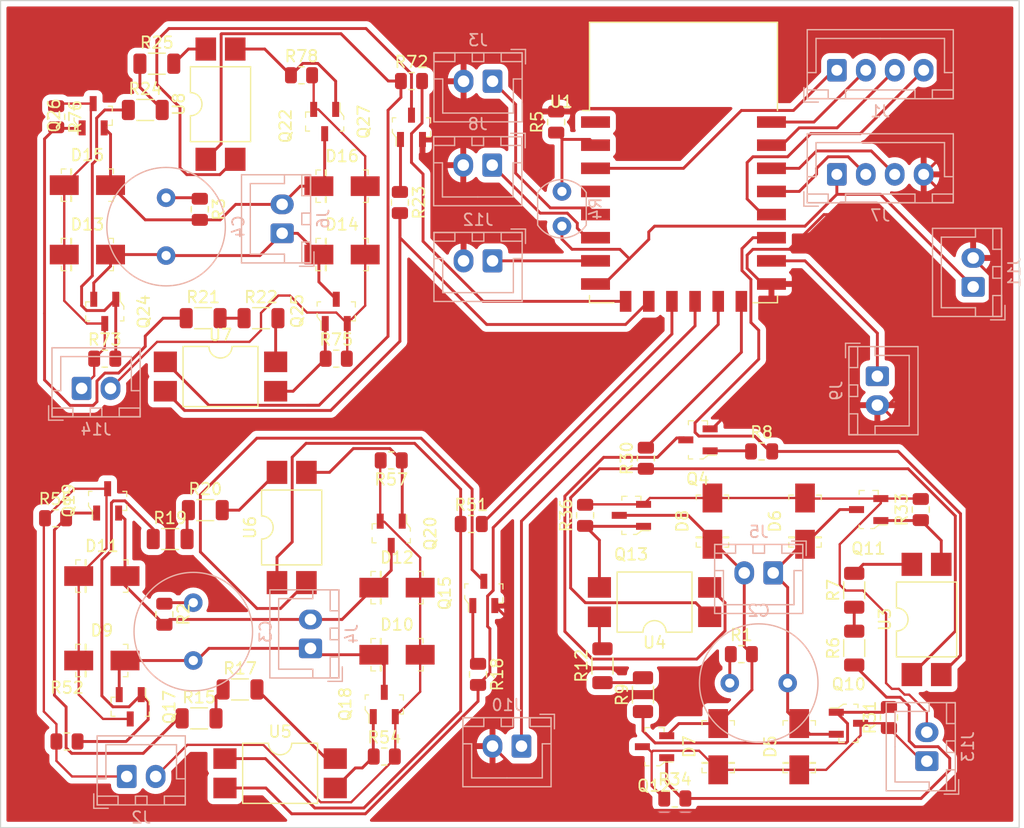
<source format=kicad_pcb>
(kicad_pcb (version 20211014) (generator pcbnew)
  (layers (0 "F.Cu" signal) (31 "B.Cu" signal) (34 "B.Paste" user) (35 "F.Paste" user) (36 "B.SilkS" user "B.Silkscreen") (37 "F.SilkS" user "F.Silkscreen") (38 "B.Mask" user) (39 "F.Mask" user) (44 "Edge.Cuts" user))
  (net 0 "")
  (net 1 "/h_bridge1/ML")
  (net 2 "/h_bridge1/MR")
  (net 3 "/h_bridge2/ML")
  (net 4 "/h_bridge2/MR")
  (net 5 "/h_bridge3/ML")
  (net 6 "/h_bridge3/MR")
  (net 7 "GND")
  (net 8 "/DOOR1")
  (net 9 "/M2_LS")
  (net 10 "/M3_LS")
  (net 11 "/DOOR2")
  (net 12 "/ESP_EN")
  (net 13 "/ESP_RX")
  (net 14 "/ESP_TX")
  (net 15 "/ESP_GPIO0")
  (net 16 "+3V3")
  (net 17 "/SDA")
  (net 18 "/SCL")
  (net 19 "/M3_DIR")
  (net 20 "/M1_DIR")
  (net 21 "/M3_EN")
  (net 22 "/M2_DIR")
  (net 23 "/M2_EN")
  (net 24 "/M1_EN")
  (net 25 "/h_bridge1/CW_O")
  (net 26 "Net-(Q4-Pad1)")
  (net 27 "/h_bridge1/CW")
  (net 28 "Net-(Q11-Pad1)")
  (net 29 "/h_bridge1/CCW")
  (net 30 "Net-(Q13-Pad1)")
  (net 31 "/h_bridge2/CW_O")
  (net 32 "Net-(Q15-Pad1)")
  (net 33 "/h_bridge2/CW")
  (net 34 "Net-(Q18-Pad1)")
  (net 35 "/h_bridge2/CCW")
  (net 36 "Net-(Q20-Pad1)")
  (net 37 "/h_bridge3/CW_O")
  (net 38 "Net-(Q22-Pad1)")
  (net 39 "/h_bridge3/CW")
  (net 40 "Net-(Q25-Pad1)")
  (net 41 "/h_bridge3/CCW")
  (net 42 "Net-(Q27-Pad1)")
  (net 43 "Net-(R6-Pad2)")
  (net 44 "Net-(R7-Pad2)")
  (net 45 "Net-(R12-Pad1)")
  (net 46 "Net-(R12-Pad2)")
  (net 47 "Net-(R15-Pad2)")
  (net 48 "Net-(R17-Pad2)")
  (net 49 "Net-(R19-Pad2)")
  (net 50 "Net-(R20-Pad2)")
  (net 51 "Net-(R21-Pad2)")
  (net 52 "Net-(R22-Pad2)")
  (net 53 "Net-(R24-Pad2)")
  (net 54 "Net-(R25-Pad2)")
  (net 55 "/h_bridge1/EN_IN")
  (net 56 "/h_bridge2/EN_IN")
  (net 57 "/h_bridge3/EN_IN")
  (net 58 "/M1_LS")
  (net 59 "Net-(C2-Pad2)")
  (net 60 "Net-(C3-Pad2)")
  (net 61 "Net-(C4-Pad2)")
  (net 62 "/24V+1")
  (net 63 "/24V-1")
  (net 64 "/24V+2")
  (net 65 "/24V-2")
  (net 66 "/24V+3")
  (net 67 "/24V-3")
  (net 70 "/LDR")
  (footprint "Resistor_SMD:R_1206_3216Metric" (layer "F.Cu") (at 100.5 44.45625)
    (fp_text reference "R21")
    (fp_text value "1.2k")
  )
  (footprint "digikey-footprints:DO-214AC" (layer "F.Cu") (at 90.5 38.95625)
    (fp_text reference "D13")
    (fp_text value "SS14")
  )
  (footprint "Package_DIP:SMDIP-4_W9.53mm" (layer "F.Cu") (at 102 25.95625 90)
    (fp_text reference "U8")
    (fp_text value "LTV-817S")
  )
  (footprint "Resistor_SMD:R_1206_3216Metric" (layer "F.Cu") (at 100.6875 61.05)
    (fp_text reference "R20")
    (fp_text value "1.2k")
  )
  (footprint "Resistor_SMD:R_0805_2012Metric" (layer "F.Cu") (at 123.6625 62.25)
    (fp_text reference "R51")
    (fp_text value "100")
  )
  (footprint "Package_DIP:SMDIP-4_W9.53mm" (layer "F.Cu") (at 139.5 69 180)
    (fp_text reference "U4")
    (fp_text value "LTV-817S")
  )
  (footprint "Resistor_SMD:R_0805_2012Metric" (layer "F.Cu") (at 87.8 27.04375 -90)
    (fp_text reference "R76")
    (fp_text value "1k")
  )
  (footprint "digikey-footprints:SOT-23-3" (layer "F.Cu") (at 156.25 79.475)
    (fp_text reference "Q10")
    (fp_text value "BC807-40_215")
  )
  (footprint "Resistor_SMD:R_0805_2012Metric" (layer "F.Cu") (at 162.5 61 90)
    (fp_text reference "R33")
    (fp_text value "1k")
  )
  (footprint "Resistor_SMD:R_0805_2012Metric" (layer "F.Cu") (at 133.5 61.5 90)
    (fp_text reference "R36")
    (fp_text value "1k")
  )
  (footprint "Resistor_SMD:R_1206_3216Metric" (layer "F.Cu") (at 135 74.5 90)
    (fp_text reference "R12")
    (fp_text value "1.2k")
  )
  (footprint "Resistor_SMD:R_0805_2012Metric" (layer "F.Cu") (at 117.5 34.45625 -90)
    (fp_text reference "R23")
    (fp_text value "1.5k")
  )
  (footprint "Resistor_SMD:R_0805_2012Metric" (layer "F.Cu") (at 159.75 78.975 90)
    (fp_text reference "R31")
    (fp_text value "1k")
  )
  (footprint "Resistor_SMD:R_1206_3216Metric" (layer "F.Cu") (at 138.5 77 90)
    (fp_text reference "R9")
    (fp_text value "1.2k")
  )
  (footprint "digikey-footprints:DO-214AC" (layer "F.Cu") (at 91.75 66.75)
    (fp_text reference "D11")
    (fp_text value "SS14")
  )
  (footprint "digikey-footprints:SOT-23-3" (layer "F.Cu") (at 91 26.95625 90)
    (fp_text reference "Q26")
    (fp_text value "BC807-40_215")
  )
  (footprint "digikey-footprints:SOT-23-3" (layer "F.Cu") (at 112 43.86875 90)
    (fp_text reference "Q25")
    (fp_text value "BC817-40_215")
  )
  (footprint "digikey-footprints:SOT-23-3" (layer "F.Cu") (at 94.2 78.05 -90)
    (fp_text reference "Q17")
    (fp_text value "BC807-40_215")
  )
  (footprint "digikey-footprints:DO-214AC" (layer "F.Cu") (at 152 81.5 90)
    (fp_text reference "D5")
    (fp_text value "SS14")
  )
  (footprint "digikey-footprints:DO-214AC" (layer "F.Cu") (at 112.5 38.95625)
    (fp_text reference "D14")
    (fp_text value "SS14")
  )
  (footprint "digikey-footprints:SOT-23-3" (layer "F.Cu") (at 137.5 61.5 180)
    (fp_text reference "Q13")
    (fp_text value "BC817-40_215")
  )
  (footprint "digikey-footprints:DO-214AC" (layer "F.Cu") (at 144.5 62 90)
    (fp_text reference "D8")
    (fp_text value "SS14")
  )
  (footprint "Resistor_SMD:R_0805_2012Metric" (layer "F.Cu") (at 92 47.95625)
    (fp_text reference "R73")
    (fp_text value "1k")
  )
  (footprint "digikey-footprints:SOT-23-3" (layer "F.Cu") (at 158 61 180)
    (fp_text reference "Q11")
    (fp_text value "BC817-40_215")
  )
  (footprint "digikey-footprints:DO-214AC" (layer "F.Cu") (at 90.5 32.95625)
    (fp_text reference "D15")
    (fp_text value "SS14")
  )
  (footprint "digikey-footprints:DO-214AC" (layer "F.Cu") (at 145 81.5 90)
    (fp_text reference "D7")
    (fp_text value "SS14")
  )
  (footprint "digikey-footprints:DO-214AC" (layer "F.Cu") (at 112.5 33.04375)
    (fp_text reference "D16")
    (fp_text value "SS14")
  )
  (footprint "Resistor_SMD:R_1206_3216Metric" (layer "F.Cu") (at 103.6875 76.55)
    (fp_text reference "R17")
    (fp_text value "1.2k")
  )
  (footprint "Resistor_SMD:R_1206_3216Metric" (layer "F.Cu") (at 156.75 72.975 90)
    (fp_text reference "R6")
    (fp_text value "1.2k")
  )
  (footprint "Resistor_SMD:R_0805_2012Metric" (layer "F.Cu") (at 87.75 61.75)
    (fp_text reference "R55")
    (fp_text value "1k")
  )
  (footprint "Resistor_SMD:R_0805_2012Metric" (layer "F.Cu") (at 109 23.45625)
    (fp_text reference "R78")
    (fp_text value "1k")
  )
  (footprint "Resistor_SMD:R_0805_2012Metric" (layer "F.Cu") (at 141.25 85.975)
    (fp_text reference "R34")
    (fp_text value "1k")
  )
  (footprint "Resistor_SMD:R_0805_2012Metric" (layer "F.Cu") (at 138.75 56.5625 90)
    (fp_text reference "R30")
    (fp_text value "100")
  )
  (footprint "digikey-footprints:SOT-23-3" (layer "F.Cu") (at 139.5 81.5 180)
    (fp_text reference "Q12")
    (fp_text value "BC807-40_215")
  )
  (footprint "digikey-footprints:SOT-23-3" (layer "F.Cu") (at 92 43.86875 -90)
    (fp_text reference "Q24")
    (fp_text value "BC807-40_215")
  )
  (footprint "Package_DIP:SMDIP-4_W9.53mm" (layer "F.Cu") (at 102 49.5)
    (fp_text reference "U7")
    (fp_text value "LTV-817S")
  )
  (footprint "Resistor_SMD:R_0805_2012Metric" (layer "F.Cu") (at 118.5 23.95625)
    (fp_text reference "R72")
    (fp_text value "100")
  )
  (footprint "digikey-footprints:DO-214AC" (layer "F.Cu") (at 117.25 73.55)
    (fp_text reference "D10")
    (fp_text value "SS14")
  )
  (footprint "digikey-footprints:SOT-23-3" (layer "F.Cu") (at 143.25 54.975 180)
    (fp_text reference "Q4")
    (fp_text value "BC817-40_215")
  )
  (footprint "Resistor_SMD:R_0805_2012Metric" (layer "F.Cu") (at 116.15 82.35)
    (fp_text reference "R54")
    (fp_text value "1k")
  )
  (footprint "Resistor_SMD:R_1206_3216Metric" (layer "F.Cu") (at 96.5 22.45625)
    (fp_text reference "R25")
    (fp_text value "1.2k")
  )
  (footprint "Resistor_SMD:R_0805_2012Metric" (layer "F.Cu") (at 97.15 70.05 -90)
    (fp_text reference "R2")
    (fp_text value "50")
  )
  (footprint "Resistor_SMD:R_0805_2012Metric" (layer "F.Cu") (at 88.7375 81.05)
    (fp_text reference "R52")
    (fp_text value "1k")
  )
  (footprint "digikey-footprints:SOT-23-3" (layer "F.Cu") (at 116.15 77.85 90)
    (fp_text reference "Q18")
    (fp_text value "BC817-40_215")
  )
  (footprint "Resistor_SMD:R_0805_2012Metric" (layer "F.Cu") (at 124.25 75.25 -90)
    (fp_text reference "R18")
    (fp_text value "1.5k")
  )
  (footprint "digikey-footprints:SOT-23-3" (layer "F.Cu") (at 92.25 60.25 90)
    (fp_text reference "Q19")
    (fp_text value "BC807-40_215")
  )
  (footprint "digikey-footprints:SOT-23-3" (layer "F.Cu") (at 116.75 63.05 -90)
    (fp_text reference "Q20")
    (fp_text value "BC817-40_215")
  )
  (footprint "RF_Module:ESP-12E" (layer "F.Cu") (at 142 31)
    (fp_text reference "U1")
    (fp_text value "ESP-12F")
  )
  (footprint "Resistor_SMD:R_1206_3216Metric" (layer "F.Cu") (at 156.75 67.975 90)
    (fp_text reference "R7")
    (fp_text value "1.2k")
  )
  (footprint "digikey-footprints:DO-214AC" (layer "F.Cu") (at 117.25 67.75)
    (fp_text reference "D12")
    (fp_text value "SS14")
  )
  (footprint "digikey-footprints:SOT-23-3" (layer "F.Cu") (at 124.75 68.25 90)
    (fp_text reference "Q15")
    (fp_text value "BC817-40_215")
  )
  (footprint "Resistor_SMD:R_0805_2012Metric" (layer "F.Cu") (at 116.75 56.75 180)
    (fp_text reference "R57")
    (fp_text value "1k")
  )
  (footprint "Resistor_SMD:R_0805_2012Metric" (layer "F.Cu") (at 131 27.5 90)
    (fp_text reference "R5")
    (fp_text value "500")
  )
  (footprint "digikey-footprints:DO-214AC" (layer "F.Cu") (at 152.5 62 90)
    (fp_text reference "D6")
    (fp_text value "SS14")
  )
  (footprint "Resistor_SMD:R_1206_3216Metric" (layer "F.Cu") (at 100.15 79.05)
    (fp_text reference "R15")
    (fp_text value "1.2k")
  )
  (footprint "Resistor_SMD:R_1206_3216Metric" (layer "F.Cu") (at 95.5 26.45625)
    (fp_text reference "R24")
    (fp_text value "1.2k")
  )
  (footprint "digikey-footprints:SOT-23-3" (layer "F.Cu") (at 118.5 27.95625 90)
    (fp_text reference "Q22")
    (fp_text value "BC817-40_215")
  )
  (footprint "Package_DIP:SMDIP-4_W9.53mm" (layer "F.Cu") (at 107.15 83.8)
    (fp_text reference "U5")
    (fp_text value "LTV-817S")
  )
  (footprint "Resistor_SMD:R_0805_2012Metric" (layer "F.Cu") (at 112 47.95625)
    (fp_text reference "R75")
    (fp_text value "1k")
  )
  (footprint "Package_DIP:SMDIP-4_W9.53mm" (layer "F.Cu") (at 163 70.5 90)
    (fp_text reference "U3")
    (fp_text value "LTV-817S")
  )
  (footprint "Package_DIP:SMDIP-4_W9.53mm" (layer "F.Cu") (at 108.15 62.55 90)
    (fp_text reference "U6")
    (fp_text value "LTV-817S")
  )
  (footprint "Resistor_SMD:R_0805_2012Metric" (layer "F.Cu") (at 100.2125 35.04375 -90)
    (fp_text reference "R3")
    (fp_text value "50")
  )
  (footprint "Resistor_SMD:R_1206_3216Metric" (layer "F.Cu") (at 97.65 63.55)
    (fp_text reference "R19")
    (fp_text value "1.2k")
  )
  (footprint "digikey-footprints:DO-214AC" (layer "F.Cu") (at 91.75 74.05)
    (fp_text reference "D9")
    (fp_text value "SS14")
  )
  (footprint "Resistor_SMD:R_0805_2012Metric" (layer "F.Cu") (at 147 73.5)
    (fp_text reference "R1")
    (fp_text value "50")
  )
  (footprint "digikey-footprints:SOT-23-3" (layer "F.Cu") (at 111 27.45625 -90)
    (fp_text reference "Q27")
    (fp_text value "BC817-40_215")
  )
  (footprint "Resistor_SMD:R_1206_3216Metric" (layer "F.Cu") (at 105.5 44.45625)
    (fp_text reference "R22")
    (fp_text value "1.2k")
  )
  (footprint "Resistor_SMD:R_0805_2012Metric" (layer "F.Cu") (at 148.75 55.975)
    (fp_text reference "R8")
    (fp_text value "1.5k")
  )
  (footprint "Connector_JST:JST_XH_B2B-XH-A_1x02_P2.50mm_Vertical" (layer "B.Cu") (at 167.025 41.75 90)
    (fp_text reference "J11")
    (fp_text value "Vin")
  )
  (footprint "Capacitor_THT:C_Radial_D10.0mm_H16.0mm_P5.00mm" (layer "B.Cu") (at 151 76 180)
    (fp_text reference "C2")
    (fp_text value "C")
  )
  (footprint "Connector_JST:JST_XH_B4B-XH-A_1x04_P2.50mm_Vertical" (layer "B.Cu") (at 155.25 32.025)
    (fp_text reference "J7")
    (fp_text value "I2C")
  )
  (footprint "Connector_JST:JST_XH_B2B-XH-A_1x02_P2.50mm_Vertical" (layer "B.Cu") (at 107.325 37.11875 90)
    (fp_text reference "J6")
    (fp_text value "MOT3")
  )
  (footprint "Connector_JST:JST_XH_B2B-XH-A_1x02_P2.50mm_Vertical" (layer "B.Cu") (at 158.75 49.475 -90)
    (fp_text reference "J9")
    (fp_text value "LS1")
  )
  (footprint "Connector_JST:JST_XH_B2B-XH-A_1x02_P2.50mm_Vertical" (layer "B.Cu") (at 125.5 39.5 180)
    (fp_text reference "J12")
    (fp_text value "LS3")
  )
  (footprint "Connector_JST:JST_XH_B2B-XH-A_1x02_P2.50mm_Vertical" (layer "B.Cu") (at 109.775 73 90)
    (fp_text reference "J4")
    (fp_text value "MOT2")
  )
  (footprint "Capacitor_THT:C_Radial_D10.0mm_H16.0mm_P5.00mm" (layer "B.Cu") (at 97.3 39.04375 90)
    (fp_text reference "C4")
    (fp_text value "C")
  )
  (footprint "Connector_JST:JST_XH_B2B-XH-A_1x02_P2.50mm_Vertical" (layer "B.Cu") (at 163.025 82.75 90)
    (fp_text reference "J13")
    (fp_text value "Vmot1")
  )
  (footprint "Connector_JST:JST_XH_B2B-XH-A_1x02_P2.50mm_Vertical" (layer "B.Cu") (at 90 50.525)
    (fp_text reference "J14")
    (fp_text value "Vmot3")
  )
  (footprint "Capacitor_THT:C_Radial_D10.0mm_H16.0mm_P5.00mm" (layer "B.Cu") (at 99.65 74.05 90)
    (fp_text reference "C3")
    (fp_text value "C")
  )
  (footprint "Connector_JST:JST_XH_B2B-XH-A_1x02_P2.50mm_Vertical" (layer "B.Cu") (at 128 81.45 180)
    (fp_text reference "J10")
    (fp_text value "LS2")
  )
  (footprint "Connector_JST:JST_XH_B2B-XH-A_1x02_P2.50mm_Vertical" (layer "B.Cu") (at 149.75 66.475 180)
    (fp_text reference "J5")
    (fp_text value "MOT1")
  )
  (footprint "OptoDevice:R_LDR_5.0x4.1mm_P3mm_Vertical" (layer "B.Cu") (at 131.5 36.5 90)
    (fp_text reference "R4")
    (fp_text value "A9050")
  )
  (footprint "Connector_JST:JST_XH_B4B-XH-A_1x04_P2.50mm_Vertical" (layer "B.Cu") (at 155.25 23.025)
    (fp_text reference "J1")
    (fp_text value "PROG")
  )
  (footprint "Connector_JST:JST_XH_B2B-XH-A_1x02_P2.50mm_Vertical" (layer "B.Cu") (at 93.9 84.075)
    (fp_text reference "J2")
    (fp_text value "Vmot2")
  )
  (footprint "Connector_JST:JST_XH_B2B-XH-A_1x02_P2.50mm_Vertical" (layer "B.Cu") (at 125.5 23.975 180)
    (fp_text reference "J3")
    (fp_text value "DOOR1")
  )
  (footprint "Connector_JST:JST_XH_B2B-XH-A_1x02_P2.50mm_Vertical" (layer "B.Cu") (at 125.475 31.225 180)
    (fp_text reference "J8")
    (fp_text value "DOOR2")
  )
  (gr_rect (start 83 17) (end 171 88.5) (layer "Edge.Cuts") (width 0.1) (fill none))
  (segment (start 152.225 64) (end 149.75 66.475) (width 0.25) (layer "F.Cu") (net 1))
  (segment (start 151 78.5) (end 152 79.5) (width 0.25) (layer "F.Cu") (net 1))
  (segment (start 149.75 66.475) (end 151 67.725) (width 0.25) (layer "F.Cu") (net 1))
  (segment (start 152.925 80.425) (end 152 79.5) (width 0.25) (layer "F.Cu") (net 1))
  (segment (start 156.95 61) (end 155.5 61) (width 0.25) (layer "F.Cu") (net 1))
  (segment (start 155.5 61) (end 152.5 64) (width 0.25) (layer "F.Cu") (net 1))
  (segment (start 152.5 64) (end 152.225 64) (width 0.25) (layer "F.Cu") (net 1))
  (segment (start 155.2 80.425) (end 152.925 80.425) (width 0.25) (layer "F.Cu") (net 1))
  (segment (start 151 67.725) (end 151 76) (width 0.25) (layer "F.Cu") (net 1))
  (segment (start 151 76) (end 151 78.5) (width 0.25) (layer "F.Cu") (net 1))
  (segment (start 142.4 61.5) (end 136.45 61.5) (width 0.25) (layer "F.Cu") (net 2))
  (segment (start 141.6 79.5) (end 140.55 80.55) (width 0.25) (layer "F.Cu") (net 2))
  (segment (start 147.25 72.8375) (end 147.9125 73.5) (width 0.25) (layer "F.Cu") (net 2))
  (segment (start 144.775 64) (end 147.25 66.475) (width 0.25) (layer "F.Cu") (net 2))
  (segment (start 147.9125 76.5875) (end 145 79.5) (width 0.25) (layer "F.Cu") (net 2))
  (segment (start 147.25 66.475) (end 147.25 72.8375) (width 0.25) (layer "F.Cu") (net 2))
  (segment (start 145 79.5) (end 141.6 79.5) (width 0.25) (layer "F.Cu") (net 2))
  (segment (start 147.9125 73.5) (end 147.9125 76.5875) (width 0.25) (layer "F.Cu") (net 2))
  (segment (start 144.5 64) (end 144.775 64) (width 0.25) (layer "F.Cu") (net 2))
  (segment (start 144.5 63.6) (end 142.4 61.5) (width 0.25) (layer "F.Cu") (net 2))
  (segment (start 144.5 64) (end 144.5 63.6) (width 0.25) (layer "F.Cu") (net 2))
  (segment (start 93.25 74.55) (end 93.75 74.05) (width 0.25) (layer "F.Cu") (net 3))
  (segment (start 99.65 74.05) (end 93.75 74.05) (width 0.25) (layer "F.Cu") (net 3))
  (segment (start 116.15 74.45) (end 115.25 73.55) (width 0.25) (layer "F.Cu") (net 3))
  (segment (start 99.75 74.25) (end 101 73) (width 0.25) (layer "F.Cu") (net 3))
  (segment (start 101 73) (end 109.775 73) (width 0.25) (layer "F.Cu") (net 3))
  (segment (start 116.15 76.8) (end 116.15 74.45) (width 0.25) (layer "F.Cu") (net 3))
  (segment (start 93.25 77) (end 93.25 74.55) (width 0.25) (layer "F.Cu") (net 3))
  (segment (start 110.325 73.55) (end 109.775 73) (width 0.25) (layer "F.Cu") (net 3))
  (segment (start 115.25 73.55) (end 110.325 73.55) (width 0.25) (layer "F.Cu") (net 3))
  (segment (start 109.775 70.5) (end 97.6125 70.5) (width 0.25) (layer "F.Cu") (net 4))
  (segment (start 109.775 70.5) (end 112.5 70.5) (width 0.25) (layer "F.Cu") (net 4))
  (segment (start 93.75 67.5625) (end 93.75 66.75) (width 0.25) (layer "F.Cu") (net 4))
  (segment (start 116.75 64.1) (end 116.75 66.25) (width 0.25) (layer "F.Cu") (net 4))
  (segment (start 116.75 66.25) (end 115.25 67.75) (width 0.25) (layer "F.Cu") (net 4))
  (segment (start 93.75 61.85) (end 93.2 61.3) (width 0.25) (layer "F.Cu") (net 4))
  (segment (start 93.75 66.75) (end 93.75 61.85) (width 0.25) (layer "F.Cu") (net 4))
  (segment (start 97.15 70.9625) (end 93.75 67.5625) (width 0.25) (layer "F.Cu") (net 4))
  (segment (start 112.5 70.5) (end 115.25 67.75) (width 0.25) (layer "F.Cu") (net 4))
  (segment (start 97.6125 70.5) (end 97.15 70.9625) (width 0.25) (layer "F.Cu") (net 4))
  (segment (start 97.2125 38.95625) (end 97.3 39.04375) (width 0.25) (layer "F.Cu") (net 5))
  (segment (start 110.5 38.95625) (end 110.5 41.31875) (width 0.25) (layer "F.Cu") (net 5))
  (segment (start 92.5 39.95625) (end 91.05 41.40625) (width 0.25) (layer "F.Cu") (net 5))
  (segment (start 105.4 39.04375) (end 107.325 37.11875) (width 0.25) (layer "F.Cu") (net 5))
  (segment (start 97.3 39.04375) (end 105.4 39.04375) (width 0.25) (layer "F.Cu") (net 5))
  (segment (start 92.5 38.95625) (end 92.5 39.95625) (width 0.25) (layer "F.Cu") (net 5))
  (segment (start 110.5 38.95625) (end 108.6625 37.11875) (width 0.25) (layer "F.Cu") (net 5))
  (segment (start 91.05 41.40625) (end 91.05 42.81875) (width 0.25) (layer "F.Cu") (net 5))
  (segment (start 108.6625 37.11875) (end 107.325 37.11875) (width 0.25) (layer "F.Cu") (net 5))
  (segment (start 92.5 38.95625) (end 97.2125 38.95625) (width 0.25) (layer "F.Cu") (net 5))
  (segment (start 110.5 41.31875) (end 112 42.81875) (width 0.25) (layer "F.Cu") (net 5))
  (segment (start 111 32.54375) (end 110.5 33.04375) (width 0.25) (layer "F.Cu") (net 6))
  (segment (start 95.5 35.95625) (end 92.5 32.95625) (width 0.25) (layer "F.Cu") (net 6))
  (segment (start 100.2125 35.95625) (end 95.5 35.95625) (width 0.25) (layer "F.Cu") (net 6))
  (segment (start 103.3125 34.61875) (end 107.325 34.61875) (width 0.25) (layer "F.Cu") (net 6))
  (segment (start 100.2125 35.95625) (end 101.975 35.95625) (width 0.25) (layer "F.Cu") (net 6))
  (segment (start 92.5 32.95625) (end 92.5 28.55625) (width 0.25) (layer "F.Cu") (net 6))
  (segment (start 101.975 35.95625) (end 103.3125 34.61875) (width 0.25) (layer "F.Cu") (net 6))
  (segment (start 92.5 28.55625) (end 91.95 28.00625) (width 0.25) (layer "F.Cu") (net 6))
  (segment (start 110.5 33.04375) (end 108.9 33.04375) (width 0.25) (layer "F.Cu") (net 6))
  (segment (start 108.9 33.04375) (end 107.325 34.61875) (width 0.25) (layer "F.Cu") (net 6))
  (segment (start 111 28.50625) (end 111 32.54375) (width 0.25) (layer "F.Cu") (net 6))
  (segment (start 149.6 48.9) (end 149.6 41.5) (width 0.25) (layer "F.Cu") (net 7))
  (segment (start 166.5 59.5) (end 166.5 83) (width 0.25) (layer "F.Cu") (net 7))
  (segment (start 159.7 51.975) (end 167.0875 44.5875) (width 0.25) (layer "F.Cu") (net 7))
  (segment (start 125.5 77.725) (end 127.175 76.05) (width 0.25) (layer "F.Cu") (net 7))
  (segment (start 122.975 39.475) (end 123 39.5) (width 0.25) (layer "F.Cu") (net 7))
  (segment (start 131.05 87) (end 125.5 81.45) (width 0.25) (layer "F.Cu") (net 7))
  (segment (start 158.975 51.975) (end 166.5 59.5) (width 0.25) (layer "F.Cu") (net 7))
  (segment (start 148.85 41.5) (end 147.5 40.15) (width 0.25) (layer "F.Cu") (net 7))
  (segment (start 162 18) (end 164 20) (width 0.25) (layer "F.Cu") (net 7))
  (segment (start 122.975 31.225) (end 122.975 39.475) (width 0.25) (layer "F.Cu") (net 7))
  (segment (start 168.5 40.725) (end 167.025 39.25) (width 0.25) (layer "F.Cu") (net 7))
  (segment (start 149.6 41.5) (end 148.85 41.5) (width 0.25) (layer "F.Cu") (net 7))
  (segment (start 125.5 81.45) (end 125.5 77.725) (width 0.25) (layer "F.Cu") (net 7))
  (segment (start 167.025 39.25) (end 167.025 36.3) (width 0.25) (layer "F.Cu") (net 7))
  (segment (start 127.175 76.05) (end 127.175 70.775) (width 0.25) (layer "F.Cu") (net 7))
  (segment (start 144.3 54.025) (end 144.475 54.025) (width 0.25) (layer "F.Cu") (net 7))
  (segment (start 131 18) (end 162 18) (width 0.25) (layer "F.Cu") (net 7))
  (segment (start 167.0875 44.5875) (end 168.5 43.175) (width 0.25) (layer "F.Cu") (net 7))
  (segment (start 148 38.5) (end 151.135718 38.5) (width 0.25) (layer "F.Cu") (net 7))
  (segment (start 147.5 40.15) (end 147.5 39) (width 0.25) (layer "F.Cu") (net 7))
  (segment (start 144.475 54.025) (end 149.6 48.9) (width 0.25) (layer "F.Cu") (net 7))
  (segment (start 127.175 70.775) (end 125.7 69.3) (width 0.25) (layer "F.Cu") (net 7))
  (segment (start 168.5 43.175) (end 168.5 40.725) (width 0.25) (layer "F.Cu") (net 7))
  (segment (start 158.75 51.975) (end 158.975 51.975) (width 0.25) (layer "F.Cu") (net 7))
  (segment (start 164 20) (end 164 30.775) (width 0.25) (layer "F.Cu") (net 7))
  (segment (start 167.025 36.3) (end 162.75 32.025) (width 0.25) (layer "F.Cu") (net 7))
  (segment (start 166.5 83) (end 162.5 87) (width 0.25) (layer "F.Cu") (net 7))
  (segment (start 123 31.2) (end 122.975 31.225) (width 0.25) (layer "F.Cu") (net 7))
  (segment (start 164 30.775) (end 162.75 32.025) (width 0.25) (layer "F.Cu") (net 7))
  (segment (start 154.135718 35.5) (end 158 35.5) (width 0.25) (layer "F.Cu") (net 7))
  (segment (start 162.5 87) (end 131.05 87) (width 0.25) (layer "F.Cu") (net 7))
  (segment (start 147.5 39) (end 148 38.5) (width 0.25) (layer "F.Cu") (net 7))
  (segment (start 151.135718 38.5) (end 154.135718 35.5) (width 0.25) (layer "F.Cu") (net 7))
  (segment (start 123 23.975) (end 123 31.2) (width 0.25) (layer "F.Cu") (net 7))
  (segment (start 158.75 51.975) (end 159.7 51.975) (width 0.25) (layer "F.Cu") (net 7))
  (segment (start 158 35.5) (end 167.0875 44.5875) (width 0.25) (layer "F.Cu") (net 7))
  (segment (start 134.4 35.5) (end 133.65 35.5) (width 0.25) (layer "F.Cu") (net 8))
  (segment (start 127.5 31.925969) (end 127.5 25.975) (width 0.25) (layer "F.Cu") (net 8))
  (segment (start 127.5 25.975) (end 125.5 23.975) (width 0.25) (layer "F.Cu") (net 8))
  (segment (start 130.5 34.925969) (end 127.5 31.925969) (width 0.25) (layer "F.Cu") (net 8))
  (segment (start 133.825969 34.925969) (end 130.5 34.925969) (width 0.25) (layer "F.Cu") (net 8))
  (segment (start 134.4 35.5) (end 133.825969 34.925969) (width 0.25) (layer "F.Cu") (net 8))
  (segment (start 145 43) (end 145 45) (width 0.25) (layer "F.Cu") (net 9))
  (segment (start 145 45) (end 128 62) (width 0.25) (layer "F.Cu") (net 9))
  (segment (start 128 81.45) (end 128 62) (width 0.25) (layer "F.Cu") (net 9))
  (segment (start 134.4 39.5) (end 125.5 39.5) (width 0.25) (layer "F.Cu") (net 10))
  (segment (start 132.825489 36.675489) (end 132.825489 36.235189) (width 0.25) (layer "F.Cu") (net 11))
  (segment (start 131.965789 35.375489) (end 129.625489 35.375489) (width 0.25) (layer "F.Cu") (net 11))
  (segment (start 133.65 37.5) (end 132.825489 36.675489) (width 0.25) (layer "F.Cu") (net 11))
  (segment (start 129.625489 35.375489) (end 125.475 31.225) (width 0.25) (layer "F.Cu") (net 11))
  (segment (start 134.4 37.5) (end 133.5 37.5) (width 0.25) (layer "F.Cu") (net 11))
  (segment (start 132.825489 36.235189) (end 131.965789 35.375489) (width 0.25) (layer "F.Cu") (net 11))
  (segment (start 134.4 37.5) (end 133.65 37.5) (width 0.25) (layer "F.Cu") (net 11))
  (segment (start 154.975 23.025) (end 151.5 26.5) (width 0.25) (layer "F.Cu") (net 12))
  (segment (start 147 26.5) (end 142 31.5) (width 0.25) (layer "F.Cu") (net 12))
  (segment (start 151.5 26.5) (end 147 26.5) (width 0.25) (layer "F.Cu") (net 12))
  (segment (start 142 31.5) (end 134.4 31.5) (width 0.25) (layer "F.Cu") (net 12))
  (segment (start 149.6 29.5) (end 150.5 29.5) (width 0.25) (layer "F.Cu") (net 13))
  (segment (start 150.5 29.5) (end 152 28) (width 0.25) (layer "F.Cu") (net 13))
  (segment (start 155.275 28) (end 160.25 23.025) (width 0.25) (layer "F.Cu") (net 13))
  (segment (start 152 28) (end 155.275 28) (width 0.25) (layer "F.Cu") (net 13))
  (segment (start 157.75 23.025) (end 153.275 27.5) (width 0.25) (layer "F.Cu") (net 14))
  (segment (start 153.275 27.5) (end 149.6 27.5) (width 0.25) (layer "F.Cu") (net 14))
  (segment (start 151 30.5) (end 153 28.5) (width 0.25) (layer "F.Cu") (net 15))
  (segment (start 147.5 34.15) (end 147.5 31) (width 0.25) (layer "F.Cu") (net 15))
  (segment (start 149.6 35.5) (end 148.85 35.5) (width 0.25) (layer "F.Cu") (net 15))
  (segment (start 148 30.5) (end 151 30.5) (width 0.25) (layer "F.Cu") (net 15))
  (segment (start 153 28.5) (end 157.275 28.5) (width 0.25) (layer "F.Cu") (net 15))
  (segment (start 157.275 28.5) (end 162.75 23.025) (width 0.25) (layer "F.Cu") (net 15))
  (segment (start 148.85 35.5) (end 147.5 34.15) (width 0.25) (layer "F.Cu") (net 15))
  (segment (start 147.5 31) (end 148 30.5) (width 0.25) (layer "F.Cu") (net 15))
  (segment (start 135.15 41.5) (end 134.4 41.5) (width 0.25) (layer "F.Cu") (net 16))
  (segment (start 139.5 36.5) (end 139 37) (width 0.25) (layer "F.Cu") (net 16))
  (segment (start 159.025 33.75) (end 155.25 33.75) (width 0.25) (layer "F.Cu") (net 16))
  (segment (start 155.25 32.025) (end 155.25 33.75) (width 0.25) (layer "F.Cu") (net 16))
  (segment (start 152.5 36.5) (end 139.5 36.5) (width 0.25) (layer "F.Cu") (net 16))
  (segment (start 132.36863 38.5) (end 136.5 38.5) (width 0.25) (layer "F.Cu") (net 16))
  (segment (start 131.5 37.63137) (end 132.36863 38.5) (width 0.25) (layer "F.Cu") (net 16))
  (segment (start 139 37.65) (end 137.325 39.325) (width 0.25) (layer "F.Cu") (net 16))
  (segment (start 136.5 38.5) (end 137.325 39.325) (width 0.25) (layer "F.Cu") (net 16))
  (segment (start 131.5 36.5) (end 131.5 37.63137) (width 0.25) (layer "F.Cu") (net 16))
  (segment (start 137.325 39.325) (end 135.15 41.5) (width 0.25) (layer "F.Cu") (net 16))
  (segment (start 155.25 33.75) (end 152.5 36.5) (width 0.25) (layer "F.Cu") (net 16))
  (segment (start 167.025 41.75) (end 159.025 33.75) (width 0.25) (layer "F.Cu") (net 16))
  (segment (start 139 37) (end 139 37.65) (width 0.25) (layer "F.Cu") (net 16))
  (segment (start 156.225 30.5) (end 154.5 30.5) (width 0.25) (layer "F.Cu") (net 17))
  (segment (start 153.5 32) (end 152 33.5) (width 0.25) (layer "F.Cu") (net 17))
  (segment (start 157.75 32.025) (end 156.225 30.5) (width 0.25) (layer "F.Cu") (net 17))
  (segment (start 152 33.5) (end 149.6 33.5) (width 0.25) (layer "F.Cu") (net 17))
  (segment (start 153.5 31.5) (end 153.5 32) (width 0.25) (layer "F.Cu") (net 17))
  (segment (start 154.5 30.5) (end 153.5 31.5) (width 0.25) (layer "F.Cu") (net 17))
  (segment (start 158.225 30) (end 153.5 30) (width 0.25) (layer "F.Cu") (net 18))
  (segment (start 160.25 32.025) (end 158.225 30) (width 0.25) (layer "F.Cu") (net 18))
  (segment (start 153.5 30) (end 152 31.5) (width 0.25) (layer "F.Cu") (net 18))
  (segment (start 152 31.5) (end 149.6 31.5) (width 0.25) (layer "F.Cu") (net 18))
  (segment (start 98.899031 52.434031) (end 97.235 50.77) (width 0.25) (layer "F.Cu") (net 19))
  (segment (start 125 45) (end 117.5 37.5) (width 0.25) (layer "F.Cu") (net 19))
  (segment (start 139 43) (end 137 45) (width 0.25) (layer "F.Cu") (net 19))
  (segment (start 117.5 37.5) (end 117.5 35.36875) (width 0.25) (layer "F.Cu") (net 19))
  (segment (start 111.522219 52.434031) (end 98.899031 52.434031) (width 0.25) (layer "F.Cu") (net 19))
  (segment (start 137 45) (end 125 45) (width 0.25) (layer "F.Cu") (net 19))
  (segment (start 117.5 46.45625) (end 111.522219 52.434031) (width 0.25) (layer "F.Cu") (net 19))
  (segment (start 117.5 35.36875) (end 117.5 46.45625) (width 0.25) (layer "F.Cu") (net 19))
  (segment (start 165.934031 61.36082) (end 160.548211 55.975) (width 0.25) (layer "F.Cu") (net 20))
  (segment (start 149.6625 55.975) (end 149.475 55.975) (width 0.25) (layer "F.Cu") (net 20))
  (segment (start 148 37.5) (end 149.6 37.5) (width 0.25) (layer "F.Cu") (net 20))
  (segment (start 147.824511 44.824511) (end 147.824511 41.110229) (width 0.25) (layer "F.Cu") (net 20))
  (segment (start 149.475 55.975) (end 148.149511 54.649511) (width 0.25) (layer "F.Cu") (net 20))
  (segment (start 147.05048 40.336197) (end 147.05048 38.44952) (width 0.25) (layer "F.Cu") (net 20))
  (segment (start 143.325489 54.649511) (end 143 54.324022) (width 0.25) (layer "F.Cu") (net 20))
  (segment (start 147.824511 41.110229) (end 147.05048 40.336197) (width 0.25) (layer "F.Cu") (net 20))
  (segment (start 143 54.324022) (end 143 53.5) (width 0.25) (layer "F.Cu") (net 20))
  (segment (start 160.548211 55.975) (end 149.6625 55.975) (width 0.25) (layer "F.Cu") (net 20))
  (segment (start 147.05048 38.44952) (end 148 37.5) (width 0.25) (layer "F.Cu") (net 20))
  (segment (start 148.5 45.5) (end 147.824511 44.824511) (width 0.25) (layer "F.Cu") (net 20))
  (segment (start 164.27 75.265) (end 165.934031 73.600969) (width 0.25) (layer "F.Cu") (net 20))
  (segment (start 165.934031 73.600969) (end 165.934031 61.36082) (width 0.25) (layer "F.Cu") (net 20))
  (segment (start 148.5 48) (end 148.5 45.5) (width 0.25) (layer "F.Cu") (net 20))
  (segment (start 148.149511 54.649511) (end 143.325489 54.649511) (width 0.25) (layer "F.Cu") (net 20))
  (segment (start 143 53.5) (end 148.5 48) (width 0.25) (layer "F.Cu") (net 20))
  (segment (start 124.688978 43) (end 119.5 37.811022) (width 0.25) (layer "F.Cu") (net 21))
  (segment (start 119.5 32) (end 118.5 31) (width 0.25) (layer "F.Cu") (net 21))
  (segment (start 137 43) (end 124.688978 43) (width 0.25) (layer "F.Cu") (net 21))
  (segment (start 119.4125 27.5875) (end 119.4125 23.95625) (width 0.25) (layer "F.Cu") (net 21))
  (segment (start 118.5 31) (end 118.5 28.5) (width 0.25) (layer "F.Cu") (net 21))
  (segment (start 119.5 37.811022) (end 119.5 32) (width 0.25) (layer "F.Cu") (net 21))
  (segment (start 118.5 28.5) (end 119.4125 27.5875) (width 0.25) (layer "F.Cu") (net 21))
  (segment (start 125.559022 67.99) (end 125.075489 68.473533) (width 0.25) (layer "F.Cu") (net 22))
  (segment (start 124.25 77.572395) (end 114.522395 87.3) (width 0.25) (layer "F.Cu") (net 22))
  (segment (start 108.15 87.3) (end 105.92 85.07) (width 0.25) (layer "F.Cu") (net 22))
  (segment (start 125.075489 71.10048) (end 125.075489 68.473533) (width 0.25) (layer "F.Cu") (net 22))
  (segment (start 105.92 85.07) (end 102.385 85.07) (width 0.25) (layer "F.Cu") (net 22))
  (segment (start 124.25 76.1625) (end 124.25 77.572395) (width 0.25) (layer "F.Cu") (net 22))
  (segment (start 125.559022 67.99) (end 125.559022 62.559022) (width 0.25) (layer "F.Cu") (net 22))
  (segment (start 114.522395 87.3) (end 108.15 87.3) (width 0.25) (layer "F.Cu") (net 22))
  (segment (start 124.25 76.1625) (end 125.27452 75.13798) (width 0.25) (layer "F.Cu") (net 22))
  (segment (start 143 45.118044) (end 125.559022 62.559022) (width 0.25) (layer "F.Cu") (net 22))
  (segment (start 125.27452 75.13798) (end 125.27452 71.299511) (width 0.25) (layer "F.Cu") (net 22))
  (segment (start 125.27452 71.299511) (end 125.075489 71.10048) (width 0.25) (layer "F.Cu") (net 22))
  (segment (start 143 43) (end 143 45.118044) (width 0.25) (layer "F.Cu") (net 22))
  (segment (start 141 45.825) (end 124.575 62.25) (width 0.25) (layer "F.Cu") (net 23))
  (segment (start 141 43) (end 141 45.825) (width 0.25) (layer "F.Cu") (net 23))
  (segment (start 147 47.4) (end 147 43) (width 0.25) (layer "F.Cu") (net 24))
  (segment (start 138.75 55.65) (end 147 47.4) (width 0.25) (layer "F.Cu") (net 24))
  (segment (start 131.75 59.839282) (end 131.75 71.537493) (width 0.25) (layer "F.Cu") (net 25))
  (segment (start 139.73798 56.48702) (end 135.102262 56.48702) (width 0.25) (layer "F.Cu") (net 25))
  (segment (start 143.149502 73.92452) (end 145.589511 71.484511) (width 0.25) (layer "F.Cu") (net 25))
  (segment (start 145.589511 71.484511) (end 145.589511 69.054511) (width 0.25) (layer "F.Cu") (net 25))
  (segment (start 142.03798 54.81298) (end 141.41202 54.81298) (width 0.25) (layer "F.Cu") (net 25))
  (segment (start 135.102262 56.48702) (end 131.75 59.839282) (width 0.25) (layer "F.Cu") (net 25))
  (segment (start 145.589511 69.054511) (end 144.265 67.73) (width 0.25) (layer "F.Cu") (net 25))
  (segment (start 141.41202 54.81298) (end 139.73798 56.48702) (width 0.25) (layer "F.Cu") (net 25))
  (segment (start 131.75 71.537493) (end 134.137027 73.92452) (width 0.25) (layer "F.Cu") (net 25))
  (segment (start 142.2 54.975) (end 142.03798 54.81298) (width 0.25) (layer "F.Cu") (net 25))
  (segment (start 134.137027 73.92452) (end 143.149502 73.92452) (width 0.25) (layer "F.Cu") (net 25))
  (segment (start 147.7875 55.925) (end 144.3 55.925) (width 0.25) (layer "F.Cu") (net 26))
  (segment (start 147.8375 55.975) (end 147.7875 55.925) (width 0.25) (layer "F.Cu") (net 26))
  (segment (start 156.174511 79.499511) (end 156.174511 81.049511) (width 0.25) (layer "F.Cu") (net 27))
  (segment (start 155.2 78.525) (end 156.174511 79.499511) (width 0.25) (layer "F.Cu") (net 27))
  (segment (start 159.75 78.0625) (end 159.2875 78.525) (width 0.25) (layer "F.Cu") (net 27))
  (segment (start 139.549022 81.174511) (end 138.5 80.125489) (width 0.25) (layer "F.Cu") (net 27))
  (segment (start 159.2875 78.525) (end 155.2 78.525) (width 0.25) (layer "F.Cu") (net 27))
  (segment (start 156.049511 81.174511) (end 139.549022 81.174511) (width 0.25) (layer "F.Cu") (net 27))
  (segment (start 138.5 80.125489) (end 138.5 78.4625) (width 0.25) (layer "F.Cu") (net 27))
  (segment (start 156.174511 81.049511) (end 156.049511 81.174511) (width 0.25) (layer "F.Cu") (net 27))
  (segment (start 164.27 63.6825) (end 164.27 65.735) (width 0.25) (layer "F.Cu") (net 28))
  (segment (start 162.4625 61.95) (end 162.5 61.9125) (width 0.25) (layer "F.Cu") (net 28))
  (segment (start 162.5 61.9125) (end 164.27 63.6825) (width 0.25) (layer "F.Cu") (net 28))
  (segment (start 159.05 61.95) (end 162.4625 61.95) (width 0.25) (layer "F.Cu") (net 28))
  (segment (start 140.55 82.45) (end 140.55 84.6375) (width 0.25) (layer "F.Cu") (net 29))
  (segment (start 161.5 78) (end 161.5 81) (width 0.25) (layer "F.Cu") (net 29))
  (segment (start 141.8875 85.975) (end 140.55 84.6375) (width 0.25) (layer "F.Cu") (net 29))
  (segment (start 156.75 74.4375) (end 159.53798 77.22548) (width 0.25) (layer "F.Cu") (net 29))
  (segment (start 162 81.5) (end 164 81.5) (width 0.25) (layer "F.Cu") (net 29))
  (segment (start 162.525 85.975) (end 142.1625 85.975) (width 0.25) (layer "F.Cu") (net 29))
  (segment (start 142.1625 85.975) (end 141.8875 85.975) (width 0.25) (layer "F.Cu") (net 29))
  (segment (start 165 82.5) (end 165 83.5) (width 0.25) (layer "F.Cu") (net 29))
  (segment (start 159.53798 77.22548) (end 160.72548 77.22548) (width 0.25) (layer "F.Cu") (net 29))
  (segment (start 160.72548 77.22548) (end 161.5 78) (width 0.25) (layer "F.Cu") (net 29))
  (segment (start 164 81.5) (end 165 82.5) (width 0.25) (layer "F.Cu") (net 29))
  (segment (start 161.5 81) (end 162 81.5) (width 0.25) (layer "F.Cu") (net 29))
  (segment (start 165 83.5) (end 162.525 85.975) (width 0.25) (layer "F.Cu") (net 29))
  (segment (start 133.5375 62.45) (end 133.5 62.4125) (width 0.25) (layer "F.Cu") (net 30))
  (segment (start 138.55 62.45) (end 133.5375 62.45) (width 0.25) (layer "F.Cu") (net 30))
  (segment (start 133.5 62.4125) (end 134.735 63.6475) (width 0.25) (layer "F.Cu") (net 30))
  (segment (start 134.735 63.6475) (end 134.735 67.73) (width 0.25) (layer "F.Cu") (net 30))
  (segment (start 119.32644 54.82644) (end 123.73798 59.23798) (width 0.25) (layer "F.Cu") (net 31))
  (segment (start 105.148567 54.82644) (end 119.32644 54.82644) (width 0.25) (layer "F.Cu") (net 31))
  (segment (start 109.42 67.315) (end 107.185 69.55) (width 0.25) (layer "F.Cu") (net 31))
  (segment (start 123.73798 66.18798) (end 124.75 67.2) (width 0.25) (layer "F.Cu") (net 31))
  (segment (start 100.26202 59.712987) (end 105.148567 54.82644) (width 0.25) (layer "F.Cu") (net 31))
  (segment (start 100.26202 64.66202) (end 100.26202 59.712987) (width 0.25) (layer "F.Cu") (net 31))
  (segment (start 107.185 69.55) (end 105.15 69.55) (width 0.25) (layer "F.Cu") (net 31))
  (segment (start 105.15 69.55) (end 100.26202 64.66202) (width 0.25) (layer "F.Cu") (net 31))
  (segment (start 123.73798 59.23798) (end 123.73798 66.18798) (width 0.25) (layer "F.Cu") (net 31))
  (segment (start 124.25 74.3375) (end 123.8 73.8875) (width 0.25) (layer "F.Cu") (net 32))
  (segment (start 123.8 73.8875) (end 123.8 69.3) (width 0.25) (layer "F.Cu") (net 32))
  (segment (start 92.700978 78.05) (end 91.75 77.099022) (width 0.25) (layer "F.Cu") (net 33))
  (segment (start 93.849022 81.05) (end 95.75 79.149022) (width 0.25) (layer "F.Cu") (net 33))
  (segment (start 92.575489 64.524873) (end 92.575489 60.424511) (width 0.25) (layer "F.Cu") (net 33))
  (segment (start 91.75 65.350362) (end 92.575489 64.524873) (width 0.25) (layer "F.Cu") (net 33))
  (segment (start 95.75 77.6) (end 95.15 77) (width 0.25) (layer "F.Cu") (net 33))
  (segment (start 91.75 77.099022) (end 91.75 65.350362) (width 0.25) (layer "F.Cu") (net 33))
  (segment (start 92.75 60.25) (end 93.749022 60.25) (width 0.25) (layer "F.Cu") (net 33))
  (segment (start 95.75 79.149022) (end 95.75 77.6) (width 0.25) (layer "F.Cu") (net 33))
  (segment (start 92.575489 60.424511) (end 92.75 60.25) (width 0.25) (layer "F.Cu") (net 33))
  (segment (start 95.15 77) (end 94.1 78.05) (width 0.25) (layer "F.Cu") (net 33))
  (segment (start 89.65 81.05) (end 93.749022 81.05) (width 0.25) (layer "F.Cu") (net 33))
  (segment (start 93.749022 60.25) (end 96.1875 62.688478) (width 0.25) (layer "F.Cu") (net 33))
  (segment (start 94.1 78.05) (end 92.700978 78.05) (width 0.25) (layer "F.Cu") (net 33))
  (segment (start 96.1875 62.688478) (end 96.1875 63.55) (width 0.25) (layer "F.Cu") (net 33))
  (segment (start 115.2 78.9) (end 115.2 82.3125) (width 0.25) (layer "F.Cu") (net 34))
  (segment (start 114.2525 83.335) (end 115.2375 82.35) (width 0.25) (layer "F.Cu") (net 34))
  (segment (start 113.65 83.335) (end 114.2525 83.335) (width 0.25) (layer "F.Cu") (net 34))
  (segment (start 113.65 83.335) (end 111.915 85.07) (width 0.25) (layer "F.Cu") (net 34))
  (segment (start 87.65 62.7625) (end 88.6625 61.75) (width 0.25) (layer "F.Cu") (net 35))
  (segment (start 87.65 77.05) (end 87.65 62.7625) (width 0.25) (layer "F.Cu") (net 35))
  (segment (start 89.1125 61.3) (end 88.6625 61.75) (width 0.25) (layer "F.Cu") (net 35))
  (segment (start 88.66202 81.587013) (end 88.66202 78.06202) (width 0.25) (layer "F.Cu") (net 35))
  (segment (start 98.6875 79.05) (end 98.35 79.05) (width 0.25) (layer "F.Cu") (net 35))
  (segment (start 89.149527 82.07452) (end 88.66202 81.587013) (width 0.25) (layer "F.Cu") (net 35))
  (segment (start 98.35 79.05) (end 95.32548 82.07452) (width 0.25) (layer "F.Cu") (net 35))
  (segment (start 91.3 61.3) (end 89.1125 61.3) (width 0.25) (layer "F.Cu") (net 35))
  (segment (start 88.66202 78.06202) (end 87.65 77.05) (width 0.25) (layer "F.Cu") (net 35))
  (segment (start 95.32548 82.07452) (end 89.149527 82.07452) (width 0.25) (layer "F.Cu") (net 35))
  (segment (start 109.42 57.785) (end 111.415 57.785) (width 0.25) (layer "F.Cu") (net 36))
  (segment (start 116.63798 55.72548) (end 113.47452 55.72548) (width 0.25) (layer "F.Cu") (net 36))
  (segment (start 117.7 62) (end 117.7 56.7875) (width 0.25) (layer "F.Cu") (net 36))
  (segment (start 117.7 56.7875) (end 117.6625 56.75) (width 0.25) (layer "F.Cu") (net 36))
  (segment (start 117.6625 56.75) (end 116.63798 55.72548) (width 0.25) (layer "F.Cu") (net 36))
  (segment (start 113.47452 55.72548) (end 111.415 57.785) (width 0.25) (layer "F.Cu") (net 36))
  (segment (start 99.089511 32.045761) (end 101.945489 32.045761) (width 0.25) (layer "F.Cu") (net 37))
  (segment (start 97.539031 19.417219) (end 96.5 20.45625) (width 0.25) (layer "F.Cu") (net 37))
  (segment (start 118.5 23.343757) (end 114.573462 19.417219) (width 0.25) (layer "F.Cu") (net 37))
  (segment (start 98.5 31.45625) (end 99.089511 32.045761) (width 0.25) (layer "F.Cu") (net 37))
  (segment (start 118.5 26.90625) (end 118.5 23.343757) (width 0.25) (layer "F.Cu") (net 37))
  (segment (start 96.5 24.243757) (end 98.5 26.243757) (width 0.25) (layer "F.Cu") (net 37))
  (segment (start 114.573462 19.417219) (end 97.539031 19.417219) (width 0.25) (layer "F.Cu") (net 37))
  (segment (start 96.5 20.45625) (end 96.5 24.243757) (width 0.25) (layer "F.Cu") (net 37))
  (segment (start 101.945489 32.045761) (end 103.27 30.72125) (width 0.25) (layer "F.Cu") (net 37))
  (segment (start 98.5 26.243757) (end 98.5 31.45625) (width 0.25) (layer "F.Cu") (net 37))
  (segment (start 117.5 33.54375) (end 117.55 33.49375) (width 0.25) (layer "F.Cu") (net 38))
  (segment (start 117.55 33.49375) (end 117.55 29.00625) (width 0.25) (layer "F.Cu") (net 38))
  (segment (start 92 26.45625) (end 94.0375 26.45625) (width 0.25) (layer "F.Cu") (net 39))
  (segment (start 92.95 47.91875) (end 92.95 42.81875) (width 0.25) (layer "F.Cu") (net 39))
  (segment (start 91.975489 43.793261) (end 90.425489 43.793261) (width 0.25) (layer "F.Cu") (net 39))
  (segment (start 91.3 30.756612) (end 91.3 27.15625) (width 0.25) (layer "F.Cu") (net 39))
  (segment (start 91.3 27.15625) (end 92 26.45625) (width 0.25) (layer "F.Cu") (net 39))
  (segment (start 90.925489 40.794239) (end 90.925489 31.131123) (width 0.25) (layer "F.Cu") (net 39))
  (segment (start 92.95 42.81875) (end 91.975489 43.793261) (width 0.25) (layer "F.Cu") (net 39))
  (segment (start 90 41.719728) (end 90.925489 40.794239) (width 0.25) (layer "F.Cu") (net 39))
  (segment (start 90 43.367772) (end 90 41.719728) (width 0.25) (layer "F.Cu") (net 39))
  (segment (start 92.9125 47.95625) (end 92.95 47.91875) (width 0.25) (layer "F.Cu") (net 39))
  (segment (start 90.425489 43.793261) (end 90 43.367772) (width 0.25) (layer "F.Cu") (net 39))
  (segment (start 90.925489 31.131123) (end 91.3 30.756612) (width 0.25) (layer "F.Cu") (net 39))
  (segment (start 106.765 50.77) (end 108.27375 50.77) (width 0.25) (layer "F.Cu") (net 40))
  (segment (start 111.0875 47.95625) (end 111.05 47.91875) (width 0.25) (layer "F.Cu") (net 40))
  (segment (start 108.27375 50.77) (end 111.0875 47.95625) (width 0.25) (layer "F.Cu") (net 40))
  (segment (start 111.05 47.91875) (end 111.05 44.91875) (width 0.25) (layer "F.Cu") (net 40))
  (segment (start 89 52) (end 86.8 49.8) (width 0.25) (layer "F.Cu") (net 41))
  (segment (start 95.5 46) (end 95.5 46.893743) (width 0.25) (layer "F.Cu") (net 41))
  (segment (start 91 52) (end 89 52) (width 0.25) (layer "F.Cu") (net 41))
  (segment (start 97.04375 44.45625) (end 95.5 46) (width 0.25) (layer "F.Cu") (net 41))
  (segment (start 91.32548 49.888498) (end 91.32548 51.67452) (width 0.25) (layer "F.Cu") (net 41))
  (segment (start 87.8 28.04375) (end 90.0125 28.04375) (width 0.25) (layer "F.Cu") (net 41))
  (segment (start 92.013498 49.20048) (end 91.32548 49.888498) (width 0.25) (layer "F.Cu") (net 41))
  (segment (start 91.32548 51.67452) (end 91 52) (width 0.25) (layer "F.Cu") (net 41))
  (segment (start 93.193263 49.20048) (end 92.013498 49.20048) (width 0.25) (layer "F.Cu") (net 41))
  (segment (start 86.8 44.04375) (end 86.8 28.95625) (width 0.25) (layer "F.Cu") (net 41))
  (segment (start 86.8 49.8) (end 86.8 44.04375) (width 0.25) (layer "F.Cu") (net 41))
  (segment (start 95.5 46.893743) (end 93.193263 49.20048) (width 0.25) (layer "F.Cu") (net 41))
  (segment (start 90.0125 28.04375) (end 90.05 28.00625) (width 0.25) (layer "F.Cu") (net 41))
  (segment (start 86.8 28.95625) (end 87.7125 28.04375) (width 0.25) (layer "F.Cu") (net 41))
  (segment (start 99.0375 44.45625) (end 97.04375 44.45625) (width 0.25) (layer "F.Cu") (net 41))
  (segment (start 105.8225 21.19125) (end 103.27 21.19125) (width 0.25) (layer "F.Cu") (net 42))
  (segment (start 111.95 23.968757) (end 110.412973 22.43173) (width 0.25) (layer "F.Cu") (net 42))
  (segment (start 108.0875 23.45625) (end 105.8225 21.19125) (width 0.25) (layer "F.Cu") (net 42))
  (segment (start 109.11202 22.43173) (end 108.0875 23.45625) (width 0.25) (layer "F.Cu") (net 42))
  (segment (start 110.412973 22.43173) (end 109.11202 22.43173) (width 0.25) (layer "F.Cu") (net 42))
  (segment (start 111.95 26.40625) (end 111.95 23.968757) (width 0.25) (layer "F.Cu") (net 42))
  (segment (start 156.75 69.4375) (end 156.75 71.5125) (width 0.25) (layer "F.Cu") (net 43))
  (segment (start 157.5275 65.735) (end 156.75 66.5125) (width 0.25) (layer "F.Cu") (net 44))
  (segment (start 161.73 65.735) (end 157.5275 65.735) (width 0.25) (layer "F.Cu") (net 44))
  (segment (start 135 75.9625) (end 138.075 75.9625) (width 0.25) (layer "F.Cu") (net 45))
  (segment (start 138.075 75.9625) (end 138.5 75.5375) (width 0.25) (layer "F.Cu") (net 45))
  (segment (start 134.735 72.7725) (end 135 73.0375) (width 0.25) (layer "F.Cu") (net 46))
  (segment (start 134.735 70.27) (end 134.735 72.7725) (width 0.25) (layer "F.Cu") (net 46))
  (segment (start 101.6125 79.05) (end 101.6125 77.1625) (width 0.25) (layer "F.Cu") (net 47))
  (segment (start 101.6125 77.1625) (end 102.225 76.55) (width 0.25) (layer "F.Cu") (net 47))
  (segment (start 111.915 82.53) (end 111.13 82.53) (width 0.25) (layer "F.Cu") (net 48))
  (segment (start 111.13 82.53) (end 105.15 76.55) (width 0.25) (layer "F.Cu") (net 48))
  (segment (start 99.1125 61.1625) (end 99.225 61.05) (width 0.25) (layer "F.Cu") (net 49))
  (segment (start 99.1125 63.55) (end 99.1125 61.1625) (width 0.25) (layer "F.Cu") (net 49))
  (segment (start 102.15 61.05) (end 103.615 61.05) (width 0.25) (layer "F.Cu") (net 50))
  (segment (start 103.615 61.05) (end 106.88 57.785) (width 0.25) (layer "F.Cu") (net 50))
  (segment (start 104.0375 44.45625) (end 101.9625 44.45625) (width 0.25) (layer "F.Cu") (net 51))
  (segment (start 106.765 44.65375) (end 106.9625 44.45625) (width 0.25) (layer "F.Cu") (net 52))
  (segment (start 106.765 48.23) (end 106.765 44.65375) (width 0.25) (layer "F.Cu") (net 52))
  (segment (start 96.9625 26.41875) (end 95.0375 24.49375) (width 0.25) (layer "F.Cu") (net 53))
  (segment (start 96.9625 26.45625) (end 96.9625 26.41875) (width 0.25) (layer "F.Cu") (net 53))
  (segment (start 95.0375 24.49375) (end 95.0375 22.45625) (width 0.25) (layer "F.Cu") (net 53))
  (segment (start 99.2275 21.19125) (end 100.73 21.19125) (width 0.25) (layer "F.Cu") (net 54))
  (segment (start 97.9625 22.45625) (end 99.2275 21.19125) (width 0.25) (layer "F.Cu") (net 54))
  (segment (start 161.412493 57.475) (end 138.75 57.475) (width 0.25) (layer "F.Cu") (net 55))
  (segment (start 161.73 75.265) (end 165.484511 71.510489) (width 0.25) (layer "F.Cu") (net 55))
  (segment (start 134.75 57.475) (end 138.75 57.475) (width 0.25) (layer "F.Cu") (net 55))
  (segment (start 165.484511 71.510489) (end 165.484511 61.547018) (width 0.25) (layer "F.Cu") (net 55))
  (segment (start 144.265 70.27) (end 143.050489 69.055489) (width 0.25) (layer "F.Cu") (net 55))
  (segment (start 132.25 67.784022) (end 132.25 59.975) (width 0.25) (layer "F.Cu") (net 55))
  (segment (start 132.25 59.975) (end 134.75 57.475) (width 0.25) (layer "F.Cu") (net 55))
  (segment (start 143.050489 69.055489) (end 133.521467 69.055489) (width 0.25) (layer "F.Cu") (net 55))
  (segment (start 133.521467 69.055489) (end 132.25 67.784022) (width 0.25) (layer "F.Cu") (net 55))
  (segment (start 165.484511 61.547018) (end 161.412493 57.475) (width 0.25) (layer "F.Cu") (net 55))
  (segment (start 108.194511 56.471467) (end 108.194511 63.800489) (width 0.25) (layer "F.Cu") (net 56))
  (segment (start 106.88 65.115) (end 108.194511 63.800489) (width 0.25) (layer "F.Cu") (net 56))
  (segment (start 118.77596 55.27596) (end 109.390018 55.27596) (width 0.25) (layer "F.Cu") (net 56))
  (segment (start 122.75 62.25) (end 122.75 59.25) (width 0.25) (layer "F.Cu") (net 56))
  (segment (start 122.75 62.25) (end 122.75 78.436677) (width 0.25) (layer "F.Cu") (net 56))
  (segment (start 109.390018 55.27596) (end 108.194511 56.471467) (width 0.25) (layer "F.Cu") (net 56))
  (segment (start 114.386677 86.8) (end 110.15 86.8) (width 0.25) (layer "F.Cu") (net 56))
  (segment (start 106.88 67.315) (end 106.88 65.115) (width 0.25) (layer "F.Cu") (net 56))
  (segment (start 122.75 59.25) (end 118.77596 55.27596) (width 0.25) (layer "F.Cu") (net 56))
  (segment (start 105.88 82.53) (end 102.385 82.53) (width 0.25) (layer "F.Cu") (net 56))
  (segment (start 122.75 78.436677) (end 114.386677 86.8) (width 0.25) (layer "F.Cu") (net 56))
  (segment (start 110.15 86.8) (end 105.88 82.53) (width 0.25) (layer "F.Cu") (net 56))
  (segment (start 102.089511 19.866739) (end 102.055489 19.900761) (width 0.25) (layer "F.Cu") (net 57))
  (segment (start 102.055489 29.395761) (end 100.73 30.72125) (width 0.25) (layer "F.Cu") (net 57))
  (segment (start 102.055489 19.900761) (end 102.055489 29.395761) (width 0.25) (layer "F.Cu") (net 57))
  (segment (start 110.515489 51.984511) (end 109.5 51.984511) (width 0.25) (layer "F.Cu") (net 57))
  (segment (start 112.5 50) (end 110.515489 51.984511) (width 0.25) (layer "F.Cu") (net 57))
  (segment (start 116.47548 45.98077) (end 116.47548 46.02452) (width 0.25) (layer "F.Cu") (net 57))
  (segment (start 112.410489 19.866739) (end 102.089511 19.866739) (width 0.25) (layer "F.Cu") (net 57))
  (segment (start 117.5875 23.95625) (end 116.5 23.95625) (width 0.25) (layer "F.Cu") (net 57))
  (segment (start 109.5 51.984511) (end 110.5 51.984511) (width 0.25) (layer "F.Cu") (net 57))
  (segment (start 116.5 23.95625) (end 112.410489 19.866739) (width 0.25) (layer "F.Cu") (net 57))
  (segment (start 100.989511 51.984511) (end 97.235 48.23) (width 0.25) (layer "F.Cu") (net 57))
  (segment (start 117.5875 23.95625) (end 117.5875 25.36875) (width 0.25) (layer "F.Cu") (net 57))
  (segment (start 109.515489 51.984511) (end 100.989511 51.984511) (width 0.25) (layer "F.Cu") (net 57))
  (segment (start 116.47548 26.48077) (end 116.47548 45.98077) (width 0.25) (layer "F.Cu") (net 57))
  (segment (start 116.47548 46.02452) (end 112.5 50) (width 0.25) (layer "F.Cu") (net 57))
  (segment (start 117.5875 25.36875) (end 116.47548 26.48077) (width 0.25) (layer "F.Cu") (net 57))
  (segment (start 158.75 45.75) (end 152.5 39.5) (width 0.25) (layer "F.Cu") (net 58))
  (segment (start 158.75 49.475) (end 158.75 45.75) (width 0.25) (layer "F.Cu") (net 58))
  (segment (start 152.5 39.5) (end 149.6 39.5) (width 0.25) (layer "F.Cu") (net 58))
  (segment (start 146 76) (end 146 73.5875) (width 0.25) (layer "F.Cu") (net 59))
  (segment (start 146 73.5875) (end 146.0875 73.5) (width 0.25) (layer "F.Cu") (net 59))
  (segment (start 99.65 69.05) (end 97.2375 69.05) (width 0.25) (layer "F.Cu") (net 60))
  (segment (start 97.2375 69.05) (end 97.15 69.1375) (width 0.25) (layer "F.Cu") (net 60))
  (segment (start 100.2125 34.13125) (end 100.125 34.04375) (width 0.25) (layer "F.Cu") (net 61))
  (segment (start 100.125 34.04375) (end 97.3 34.04375) (width 0.25) (layer "F.Cu") (net 61))
  (segment (start 139.25 84.8875) (end 139.25 81.975) (width 0.2) (layer "F.Cu") (net 62))
  (segment (start 140.3375 85.975) (end 139.25 84.8875) (width 0.2) (layer "F.Cu") (net 62))
  (segment (start 138.775 81.5) (end 139.25 81.975) (width 0.2) (layer "F.Cu") (net 62))
  (segment (start 138.45 81.5) (end 138.775 81.5) (width 0.2) (layer "F.Cu") (net 62))
  (segment (start 157.3 80.524383) (end 154.324383 83.5) (width 0.2) (layer "F.Cu") (net 62))
  (segment (start 159.75 79.8875) (end 159.3375 79.475) (width 0.2) (layer "F.Cu") (net 62))
  (segment (start 145 83.5) (end 152 83.5) (width 0.2) (layer "F.Cu") (net 62))
  (segment (start 157.3 79.475) (end 157.3 80.524383) (width 0.2) (layer "F.Cu") (net 62))
  (segment (start 143.350489 81.850489) (end 139.374511 81.850489) (width 0.2) (layer "F.Cu") (net 62))
  (segment (start 139.374511 81.850489) (end 139.25 81.975) (width 0.2) (layer "F.Cu") (net 62))
  (segment (start 154.324383 83.5) (end 152 83.5) (width 0.2) (layer "F.Cu") (net 62))
  (segment (start 163.025 82.75) (end 162.6125 82.75) (width 0.2) (layer "F.Cu") (net 62))
  (segment (start 159.3375 79.475) (end 157.3 79.475) (width 0.2) (layer "F.Cu") (net 62))
  (segment (start 145 83.5) (end 143.350489 81.850489) (width 0.2) (layer "F.Cu") (net 62))
  (segment (start 162.6125 82.75) (end 159.75 79.8875) (width 0.2) (layer "F.Cu") (net 62))
  (segment (start 163.025 78.525) (end 161.5 77) (width 0.2) (layer "F.Cu") (net 63))
  (segment (start 163.025 80.25) (end 163.025 78.525) (width 0.2) (layer "F.Cu") (net 63))
  (segment (start 160 76.5) (end 159.5 76) (width 0.2) (layer "F.Cu") (net 63))
  (segment (start 139.1 60) (end 138.55 60.55) (width 0.2) (layer "F.Cu") (net 63))
  (segment (start 155.5 67.5) (end 155.5 64) (width 0.2) (layer "F.Cu") (net 63))
  (segment (start 159.5 70) (end 157.5 68) (width 0.2) (layer "F.Cu") (net 63))
  (segment (start 159.05 60.05) (end 152.55 60.05) (width 0.2) (layer "F.Cu") (net 63))
  (segment (start 159.5 76) (end 159.5 70) (width 0.2) (layer "F.Cu") (net 63))
  (segment (start 161.5 77) (end 161.100362 77) (width 0.2) (layer "F.Cu") (net 63))
  (segment (start 160.600362 76.5) (end 160 76.5) (width 0.2) (layer "F.Cu") (net 63))
  (segment (start 152.55 60.05) (end 152.5 60) (width 0.2) (layer "F.Cu") (net 63))
  (segment (start 161.100362 77) (end 160.600362 76.5) (width 0.2) (layer "F.Cu") (net 63))
  (segment (start 133.5375 60.55) (end 133.5 60.5875) (width 0.2) (layer "F.Cu") (net 63))
  (segment (start 138.55 60.55) (end 133.5375 60.55) (width 0.2) (layer "F.Cu") (net 63))
  (segment (start 162.5 60.0875) (end 162.4625 60.05) (width 0.2) (layer "F.Cu") (net 63))
  (segment (start 157.5 68) (end 156 68) (width 0.2) (layer "F.Cu") (net 63))
  (segment (start 144.5 60) (end 139.1 60) (width 0.2) (layer "F.Cu") (net 63))
  (segment (start 159.05 60.45) (end 159.05 60.05) (width 0.2) (layer "F.Cu") (net 63))
  (segment (start 155.5 64) (end 159.05 60.45) (width 0.2) (layer "F.Cu") (net 63))
  (segment (start 156 68) (end 155.5 67.5) (width 0.2) (layer "F.Cu") (net 63))
  (segment (start 152.5 60) (end 144.5 60) (width 0.2) (layer "F.Cu") (net 63))
  (segment (start 162.4625 60.05) (end 159.05 60.05) (width 0.2) (layer "F.Cu") (net 63))
  (segment (start 92.25 59.2) (end 89.3875 59.2) (width 0.2) (layer "F.Cu") (net 64))
  (segment (start 92.150969 59.299031) (end 92.25 59.2) (width 0.2) (layer "F.Cu") (net 64))
  (segment (start 87.825 79.55) (end 86.7375 78.4625) (width 0.2) (layer "F.Cu") (net 64))
  (segment (start 89.75 66.75) (end 89.75 74.05) (width 0.2) (layer "F.Cu") (net 64))
  (segment (start 86.7375 61.85) (end 86.8375 61.75) (width 0.2) (layer "F.Cu") (net 64))
  (segment (start 92.150969 64.349031) (end 92.150969 59.299031) (width 0.2) (layer "F.Cu") (net 64))
  (segment (start 89.75 66.75) (end 92.150969 64.349031) (width 0.2) (layer "F.Cu") (net 64))
  (segment (start 89.175 84.075) (end 87.825 82.725) (width 0.2) (layer "F.Cu") (net 64))
  (segment (start 89.75 76.999022) (end 89.75 74.05) (width 0.2) (layer "F.Cu") (net 64))
  (segment (start 87.825 81.05) (end 87.825 82.725) (width 0.2) (layer "F.Cu") (net 64))
  (segment (start 94.2 79.1) (end 91.850978 79.1) (width 0.2) (layer "F.Cu") (net 64))
  (segment (start 87.825 81.05) (end 87.825 79.55) (width 0.2) (layer "F.Cu") (net 64))
  (segment (start 93.9 84.075) (end 89.175 84.075) (width 0.2) (layer "F.Cu") (net 64))
  (segment (start 91.850978 79.1) (end 89.75 76.999022) (width 0.2) (layer "F.Cu") (net 64))
  (segment (start 86.7375 78.4625) (end 86.7375 61.85) (width 0.2) (layer "F.Cu") (net 64))
  (segment (start 89.3875 59.2) (end 86.8375 61.75) (width 0.2) (layer "F.Cu") (net 64))
  (segment (start 117.0625 82.35) (end 117.0625 82.527491) (width 0.2) (layer "F.Cu") (net 65))
  (segment (start 113.289991 86.3) (end 110.655978 86.3) (width 0.2) (layer "F.Cu") (net 65))
  (segment (start 119.25 73.55) (end 119.25 67.75) (width 0.2) (layer "F.Cu") (net 65))
  (segment (start 119.25 76.75) (end 117.1 78.9) (width 0.2) (layer "F.Cu") (net 65))
  (segment (start 110.655978 86.3) (end 105.696467 81.340489) (width 0.2) (layer "F.Cu") (net 65))
  (segment (start 117.0625 82.35) (end 117.1 82.3125) (width 0.2) (layer "F.Cu") (net 65))
  (segment (start 117.1 82.3125) (end 117.1 78.9) (width 0.2) (layer "F.Cu") (net 65))
  (segment (start 119.25 65.15) (end 116.15 62.05) (width 0.2) (layer "F.Cu") (net 65))
  (segment (start 99.134511 81.340489) (end 96.4 84.075) (width 0.2) (layer "F.Cu") (net 65))
  (segment (start 119.25 73.55) (end 119.25 76.75) (width 0.2) (layer "F.Cu") (net 65))
  (segment (start 105.696467 81.340489) (end 99.134511 81.340489) (width 0.2) (layer "F.Cu") (net 65))
  (segment (start 115.8 56.7875) (end 115.8375 56.75) (width 0.2) (layer "F.Cu") (net 65))
  (segment (start 119.25 67.75) (end 119.25 65.15) (width 0.2) (layer "F.Cu") (net 65))
  (segment (start 115.8 62) (end 115.8 56.7875) (width 0.2) (layer "F.Cu") (net 65))
  (segment (start 117.0625 82.527491) (end 113.289991 86.3) (width 0.2) (layer "F.Cu") (net 65))
  (segment (start 88.5 38.95625) (end 88.5 32.95625) (width 0.2) (layer "F.Cu") (net 66))
  (segment (start 88.5 32.95625) (end 90.8 30.65625) (width 0.2) (layer "F.Cu") (net 66))
  (segment (start 92 44.91875) (end 90.4625 44.91875) (width 0.2) (layer "F.Cu") (net 66))
  (segment (start 91.0875 49.4375) (end 90 50.525) (width 0.2) (layer "F.Cu") (net 66))
  (segment (start 88.025 25.90625) (end 87.8 26.13125) (width 0.2) (layer "F.Cu") (net 66))
  (segment (start 91.0875 47.95625) (end 91.0875 49.4375) (width 0.2) (layer "F.Cu") (net 66))
  (segment (start 91.0875 47.95625) (end 92 47.04375) (width 0.2) (layer "F.Cu") (net 66))
  (segment (start 91 25.90625) (end 88.025 25.90625) (width 0.2) (layer "F.Cu") (net 66))
  (segment (start 88.5 42.95625) (end 88.5 38.95625) (width 0.2) (layer "F.Cu") (net 66))
  (segment (start 90.4625 44.91875) (end 88.5 42.95625) (width 0.2) (layer "F.Cu") (net 66))
  (segment (start 90.8 26.10625) (end 91 25.90625) (width 0.2) (layer "F.Cu") (net 66))
  (segment (start 92 47.04375) (end 92 44.91875) (width 0.2) (layer "F.Cu") (net 66))
  (segment (start 90.8 30.65625) (end 90.8 26.10625) (width 0.2) (layer "F.Cu") (net 66))
  (segment (start 114.5 43.36875) (end 112.95 44.91875) (width 0.2) (layer "F.Cu") (net 67))
  (segment (start 110.449022 26.40625) (end 110.05 26.40625) (width 0.2) (layer "F.Cu") (net 67))
  (segment (start 114.5 33.04375) (end 114.5 30.457228) (width 0.2) (layer "F.Cu") (net 67))
  (segment (start 114.5 38.95625) (end 114.5 43.36875) (width 0.2) (layer "F.Cu") (net 67))
  (segment (start 108 42.5) (end 107 42.5) (width 0.2) (layer "F.Cu") (net 67))
  (segment (start 109.469239 43.969239) (end 108 42.5) (width 0.2) (layer "F.Cu") (net 67))
  (segment (start 105.5 44) (end 105.5 45.5) (width 0.2) (layer "F.Cu") (net 67))
  (segment (start 114.5 30.457228) (end 110.449022 26.40625) (width 0.2) (layer "F.Cu") (net 67))
  (segment (start 105.5 45.5) (end 104.5 46.5) (width 0.2) (layer "F.Cu") (net 67))
  (segment (start 112.95 44.91875) (end 112.000489 43.969239) (width 0.2) (layer "F.Cu") (net 67))
  (segment (start 96.525 46.5) (end 92.5 50.525) (width 0.2) (layer "F.Cu") (net 67))
  (segment (start 107 42.5) (end 105.5 44) (width 0.2) (layer "F.Cu") (net 67))
  (segment (start 112.95 44.91875) (end 112.95 47.91875) (width 0.2) (layer "F.Cu") (net 67))
  (segment (start 114.5 38.95625) (end 114.5 33.04375) (width 0.2) (layer "F.Cu") (net 67))
  (segment (start 110.05 23.59375) (end 109.9125 23.45625) (width 0.2) (layer "F.Cu") (net 67))
  (segment (start 110.05 26.40625) (end 110.05 23.59375) (width 0.2) (layer "F.Cu") (net 67))
  (segment (start 112.000489 43.969239) (end 109.469239 43.969239) (width 0.2) (layer "F.Cu") (net 67))
  (segment (start 104.5 46.5) (end 96.525 46.5) (width 0.2) (layer "F.Cu") (net 67))
  (segment (start 112.95 47.91875) (end 112.9125 47.95625) (width 0.2) (layer "F.Cu") (net 67))
  (segment (start 131.5 33.5) (end 131.5 28.9125) (width 0.25) (layer "F.Cu") (net 70))
  (segment (start 131.5 28.9125) (end 131 28.4125) (width 0.25) (layer "F.Cu") (net 70))
  (segment (start 131 28.4125) (end 131.5875 29) (width 0.25) (layer "F.Cu") (net 70))
  (segment (start 131.5875 29) (end 133.9 29) (width 0.25) (layer "F.Cu") (net 70))
  (segment (start 133.9 29) (end 134.4 29.5) (width 0.25) (layer "F.Cu") (net 70))
  (zone (net 7) (net_name "GND") (layer "F.Cu") (connect_pads (clearance 0.508)) (min_thickness 0.254) (fill yes (thermal_gap 0.508) (thermal_bridge_width 0.508))
    (polygon (pts (xy 170.5 88) (xy 83.5 88) (xy 83.5 17.5) (xy 170.5 17.5)))
  )
)
</source>
